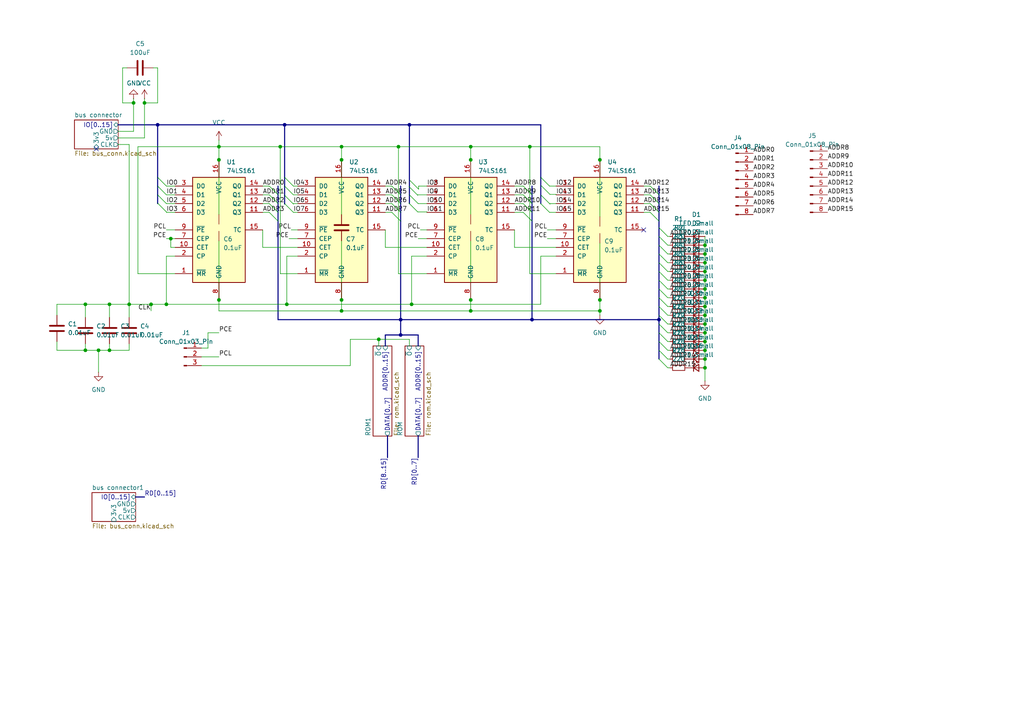
<source format=kicad_sch>
(kicad_sch (version 20231120) (generator "eeschema") (generator_version "8.0")
  (paper "A4")
  (lib_symbols
    (symbol "74xx:74LS161" (pin_names (offset 1.016))
      (property "Reference" "U" (at -7.62 16.51 0))
      (property "Value" "74LS161" (at -7.62 -16.51 0))
      (symbol "74LS161_1_0"
        (pin input line (at -12.7 -12.7 0) (length 5.08) (name "~{MR}") (number "1"))
        (pin input line (at -12.7 -5.08 0) (length 5.08) (name "CET") (number "10"))
        (pin output line (at 12.7 5.08 180) (length 5.08) (name "Q3") (number "11"))
        (pin output line (at 12.7 7.62 180) (length 5.08) (name "Q2") (number "12"))
        (pin output line (at 12.7 10.16 180) (length 5.08) (name "Q1") (number "13"))
        (pin output line (at 12.7 12.7 180) (length 5.08) (name "Q0") (number "14"))
        (pin output line (at 12.7 0 180) (length 5.08) (name "TC") (number "15"))
        (pin power_in line (at 0 20.32 270) (length 5.08) (name "VCC") (number "16"))
        (pin input line (at -12.7 -7.62 0) (length 5.08) (name "CP") (number "2"))
        (pin input line (at -12.7 12.7 0) (length 5.08) (name "D0") (number "3"))
        (pin input line (at -12.7 10.16 0) (length 5.08) (name "D1") (number "4"))
        (pin input line (at -12.7 7.62 0) (length 5.08) (name "D2") (number "5"))
        (pin input line (at -12.7 5.08 0) (length 5.08) (name "D3") (number "6"))
        (pin input line (at -12.7 -2.54 0) (length 5.08) (name "CEP") (number "7"))
        (pin power_in line (at 0 -20.32 90) (length 5.08) (name "GND") (number "8"))
        (pin input line (at -12.7 0 0) (length 5.08) (name "~{PE}") (number "9"))
      )
      (symbol "74LS161_1_1"
        (rectangle (start -7.62 15.24) (end 7.62 -15.24) (stroke (width 0.254)) (fill (type background)))
      )
    )
    (symbol "Connector:Conn_01x03_Pin" (pin_names (offset 1.016) hide)
      (property "Reference" "J" (at 0 5.08 0))
      (property "Value" "Conn_01x03_Pin" (at 0 -5.08 0))
      (symbol "Conn_01x03_Pin_1_1"
        (polyline (pts (xy 1.27 -2.54) (xy 0.8636 -2.54)) (stroke (width 0.1524)))
        (polyline (pts (xy 1.27 0) (xy 0.8636 0)) (stroke (width 0.1524)))
        (polyline (pts (xy 1.27 2.54) (xy 0.8636 2.54)) (stroke (width 0.1524)))
        (rectangle (start 0.8636 -2.413) (end 0 -2.667) (stroke (width 0.1524)) (fill (type outline)))
        (rectangle (start 0.8636 0.127) (end 0 -0.127) (stroke (width 0.1524)) (fill (type outline)))
        (rectangle (start 0.8636 2.667) (end 0 2.413) (stroke (width 0.1524)) (fill (type outline)))
        (pin passive line (at 5.08 2.54 180) (length 3.81) (name "Pin_1") (number "1"))
        (pin passive line (at 5.08 0 180) (length 3.81) (name "Pin_2") (number "2"))
        (pin passive line (at 5.08 -2.54 180) (length 3.81) (name "Pin_3") (number "3"))
      )
    )
    (symbol "Connector:Conn_01x08_Pin" (pin_names (offset 1.016) hide)
      (property "Reference" "J" (at 0 10.16 0))
      (property "Value" "Conn_01x08_Pin" (at 0 -12.7 0))
      (symbol "Conn_01x08_Pin_1_1"
        (polyline (pts (xy 1.27 -10.16) (xy 0.8636 -10.16)) (stroke (width 0.1524)))
        (polyline (pts (xy 1.27 -7.62) (xy 0.8636 -7.62)) (stroke (width 0.1524)))
        (polyline (pts (xy 1.27 -5.08) (xy 0.8636 -5.08)) (stroke (width 0.1524)))
        (polyline (pts (xy 1.27 -2.54) (xy 0.8636 -2.54)) (stroke (width 0.1524)))
        (polyline (pts (xy 1.27 0) (xy 0.8636 0)) (stroke (width 0.1524)))
        (polyline (pts (xy 1.27 2.54) (xy 0.8636 2.54)) (stroke (width 0.1524)))
        (polyline (pts (xy 1.27 5.08) (xy 0.8636 5.08)) (stroke (width 0.1524)))
        (polyline (pts (xy 1.27 7.62) (xy 0.8636 7.62)) (stroke (width 0.1524)))
        (rectangle (start 0.8636 -10.033) (end 0 -10.287) (stroke (width 0.1524)) (fill (type outline)))
        (rectangle (start 0.8636 -7.493) (end 0 -7.747) (stroke (width 0.1524)) (fill (type outline)))
        (rectangle (start 0.8636 -4.953) (end 0 -5.207) (stroke (width 0.1524)) (fill (type outline)))
        (rectangle (start 0.8636 -2.413) (end 0 -2.667) (stroke (width 0.1524)) (fill (type outline)))
        (rectangle (start 0.8636 0.127) (end 0 -0.127) (stroke (width 0.1524)) (fill (type outline)))
        (rectangle (start 0.8636 2.667) (end 0 2.413) (stroke (width 0.1524)) (fill (type outline)))
        (rectangle (start 0.8636 5.207) (end 0 4.953) (stroke (width 0.1524)) (fill (type outline)))
        (rectangle (start 0.8636 7.747) (end 0 7.493) (stroke (width 0.1524)) (fill (type outline)))
        (pin passive line (at 5.08 7.62 180) (length 3.81) (name "Pin_1") (number "1"))
        (pin passive line (at 5.08 5.08 180) (length 3.81) (name "Pin_2") (number "2"))
        (pin passive line (at 5.08 2.54 180) (length 3.81) (name "Pin_3") (number "3"))
        (pin passive line (at 5.08 0 180) (length 3.81) (name "Pin_4") (number "4"))
        (pin passive line (at 5.08 -2.54 180) (length 3.81) (name "Pin_5") (number "5"))
        (pin passive line (at 5.08 -5.08 180) (length 3.81) (name "Pin_6") (number "6"))
        (pin passive line (at 5.08 -7.62 180) (length 3.81) (name "Pin_7") (number "7"))
        (pin passive line (at 5.08 -10.16 180) (length 3.81) (name "Pin_8") (number "8"))
      )
    )
    (symbol "Device:C" (pin_numbers hide) (pin_names (offset 0.254))
      (property "Reference" "C" (at 0.635 2.54 0))
      (property "Value" "C" (at 0.635 -2.54 0))
      (symbol "C_0_1"
        (polyline (pts (xy -2.032 -0.762) (xy 2.032 -0.762)) (stroke (width 0.508)))
        (polyline (pts (xy -2.032 0.762) (xy 2.032 0.762)) (stroke (width 0.508)))
      )
      (symbol "C_1_1"
        (pin passive line (at 0 3.81 270) (length 2.794) (name "~") (number "1"))
        (pin passive line (at 0 -3.81 90) (length 2.794) (name "~") (number "2"))
      )
    )
    (symbol "Device:LED_Small" (pin_numbers hide) (pin_names (offset 0.254) hide)
      (property "Reference" "D" (at -1.27 3.175 0))
      (property "Value" "LED_Small" (at -4.445 -2.54 0))
      (symbol "LED_Small_0_1"
        (polyline (pts (xy -0.762 -1.016) (xy -0.762 1.016)) (stroke (width 0.254)))
        (polyline (pts (xy 1.016 0) (xy -0.762 0)))
        (polyline (pts (xy 0.762 -1.016) (xy -0.762 0) (xy 0.762 1.016) (xy 0.762 -1.016)) (stroke (width 0.254)))
        (polyline (pts (xy 0 0.762) (xy -0.508 1.27) (xy -0.254 1.27) (xy -0.508 1.27) (xy -0.508 1.016)))
        (polyline (pts (xy 0.508 1.27) (xy 0 1.778) (xy 0.254 1.778) (xy 0 1.778) (xy 0 1.524)))
      )
      (symbol "LED_Small_1_1"
        (pin passive line (at -2.54 0 0) (length 1.778) (name "K") (number "1"))
        (pin passive line (at 2.54 0 180) (length 1.778) (name "A") (number "2"))
      )
    )
    (symbol "Device:R_Small" (pin_numbers hide) (pin_names (offset 0.254) hide)
      (property "Reference" "R" (at 0.762 0.508 0))
      (property "Value" "R_Small" (at 0.762 -1.016 0))
      (symbol "R_Small_0_1"
        (rectangle (start -0.762 1.778) (end 0.762 -1.778) (stroke (width 0.2032)))
      )
      (symbol "R_Small_1_1"
        (pin passive line (at 0 2.54 270) (length 0.762) (name "~") (number "1"))
        (pin passive line (at 0 -2.54 90) (length 0.762) (name "~") (number "2"))
      )
    )
    (symbol "power:GND" (power) (pin_numbers hide) (pin_names (offset 0) hide)
      (property "Value" "GND" (at 0 -3.81 0))
      (symbol "GND_0_1"
        (polyline (pts (xy 0 0) (xy 0 -1.27) (xy 1.27 -1.27) (xy 0 -2.54) (xy -1.27 -1.27) (xy 0 -1.27)))
      )
      (symbol "GND_1_1"
        (pin power_in line (at 0 0 270) (length 0) (name "~") (number "1"))
      )
    )
    (symbol "power:VCC" (power) (pin_numbers hide) (pin_names (offset 0) hide)
      (property "Value" "VCC" (at 0 3.556 0))
      (symbol "VCC_0_1"
        (polyline (pts (xy -0.762 1.27) (xy 0 2.54)))
        (polyline (pts (xy 0 0) (xy 0 2.54)))
        (polyline (pts (xy 0 2.54) (xy 0.762 1.27)))
      )
      (symbol "VCC_1_1"
        (pin power_in line (at 0 0 90) (length 0) (name "~") (number "1"))
      )
    )
  )
  (junction (at 63.5 46.355))
  (junction (at 48.26 88.265))
  (junction (at 119.38 88.265))
  (junction (at 109.855 98.425))
  (junction (at 204.47 71.12))
  (junction (at 83.185 88.265))
  (junction (at 204.47 76.2))
  (junction (at 204.47 99.06))
  (junction (at 191.135 92.71))
  (junction (at 31.75 88.265))
  (junction (at 204.47 101.6))
  (junction (at 49.53 69.215))
  (junction (at 153.67 42.545))
  (junction (at 204.47 83.82))
  (junction (at 41.91 29.845))
  (junction (at 204.47 86.36))
  (junction (at 136.525 90.17))
  (junction (at 99.06 90.17))
  (junction (at 204.47 81.28))
  (junction (at 204.47 73.66))
  (junction (at 204.47 78.74))
  (junction (at 24.765 88.265))
  (junction (at 116.205 97.155))
  (junction (at 99.06 42.545))
  (junction (at 43.815 88.265))
  (junction (at 204.47 96.52))
  (junction (at 136.525 46.355))
  (junction (at 81.28 42.545))
  (junction (at 136.525 42.545))
  (junction (at 173.99 86.995))
  (junction (at 28.575 101.6))
  (junction (at 204.47 93.98))
  (junction (at 118.745 36.195))
  (junction (at 204.47 104.14))
  (junction (at 63.5 42.545))
  (junction (at 99.06 46.355))
  (junction (at 82.55 36.195))
  (junction (at 204.47 91.44))
  (junction (at 173.99 90.17))
  (junction (at 37.465 88.265))
  (junction (at 45.72 36.195))
  (junction (at 204.47 106.68))
  (junction (at 154.305 92.71))
  (junction (at 31.75 101.6))
  (junction (at 116.205 92.71))
  (junction (at 173.99 46.355))
  (junction (at 63.5 86.995))
  (junction (at 99.06 86.995))
  (junction (at 136.525 86.995))
  (junction (at 115.57 42.545))
  (junction (at 24.765 101.6))
  (junction (at 204.47 88.9))
  (junction (at 38.735 29.845))
  (no_connect (at 27.94 43.18))
  (no_connect (at 186.69 66.675))
  (bus_entry (at 118.745 56.515) (size 2.54 2.54))
  (bus_entry (at 82.55 56.642) (size 2.54 2.54))
  (bus_entry (at 45.72 53.975) (size 2.54 2.54))
  (bus_entry (at 82.55 59.055) (size 2.54 2.54))
  (bus_entry (at 156.972 53.848) (size 2.54 2.54))
  (bus_entry (at 116.205 59.055) (size -2.54 -2.54))
  (bus_entry (at 191.135 78.74) (size 2.54 2.54))
  (bus_entry (at 191.135 86.36) (size 2.54 2.54))
  (bus_entry (at 116.205 64.135) (size -2.54 -2.54))
  (bus_entry (at 191.135 81.28) (size 2.54 2.54))
  (bus_entry (at 45.72 51.435) (size 2.54 2.54))
  (bus_entry (at 191.135 66.04) (size 2.54 2.54))
  (bus_entry (at 80.645 61.595) (size -2.54 -2.54))
  (bus_entry (at 116.205 56.515) (size -2.54 -2.54))
  (bus_entry (at 118.872 52.324) (size 2.54 2.54))
  (bus_entry (at 191.135 93.98) (size 2.54 2.54))
  (bus_entry (at 191.135 68.58) (size 2.54 2.54))
  (bus_entry (at 156.972 56.642) (size 2.54 2.54))
  (bus_entry (at 156.845 51.435) (size 2.54 2.54))
  (bus_entry (at 45.72 56.515) (size 2.54 2.54))
  (bus_entry (at 80.645 56.515) (size -2.54 -2.54))
  (bus_entry (at 191.135 56.515) (size -2.54 -2.54))
  (bus_entry (at 191.135 91.44) (size 2.54 2.54))
  (bus_entry (at 118.618 58.928) (size 2.54 2.54))
  (bus_entry (at 191.135 88.9) (size 2.54 2.54))
  (bus_entry (at 191.135 73.66) (size 2.54 2.54))
  (bus_entry (at 191.135 96.52) (size 2.54 2.54))
  (bus_entry (at 191.135 61.595) (size -2.54 -2.54))
  (bus_entry (at 80.645 59.055) (size -2.54 -2.54))
  (bus_entry (at 154.305 64.135) (size -2.54 -2.54))
  (bus_entry (at 191.135 59.055) (size -2.54 -2.54))
  (bus_entry (at 191.135 71.12) (size 2.54 2.54))
  (bus_entry (at 191.135 101.6) (size 2.54 2.54))
  (bus_entry (at 82.55 51.435) (size 2.54 2.54))
  (bus_entry (at 191.135 104.14) (size 2.54 2.54))
  (bus_entry (at 156.845 59.055) (size 2.54 2.54))
  (bus_entry (at 154.305 61.595) (size -2.54 -2.54))
  (bus_entry (at 154.305 59.055) (size -2.54 -2.54))
  (bus_entry (at 191.135 99.06) (size 2.54 2.54))
  (bus_entry (at 45.72 58.928) (size 2.54 2.54))
  (bus_entry (at 80.645 64.135) (size -2.54 -2.54))
  (bus_entry (at 154.305 56.515) (size -2.54 -2.54))
  (bus_entry (at 191.135 76.2) (size 2.54 2.54))
  (bus_entry (at 191.135 83.82) (size 2.54 2.54))
  (bus_entry (at 82.55 53.975) (size 2.54 2.54))
  (bus_entry (at 116.205 61.595) (size -2.54 -2.54))
  (bus_entry (at 118.618 54.102) (size 2.54 2.54))
  (bus_entry (at 191.135 64.135) (size -2.54 -2.54))
  (wire (pts (xy 81.28 79.375) (xy 81.28 42.545)))
  (wire (pts (xy 193.675 96.52) (xy 194.31 96.52)))
  (wire (pts (xy 193.675 73.66) (xy 194.31 73.66)))
  (wire (pts (xy 193.675 99.06) (xy 194.31 99.06)))
  (bus (pts (xy 191.135 61.595) (xy 191.135 64.135)))
  (bus (pts (xy 191.135 53.975) (xy 191.135 56.515)))
  (wire (pts (xy 99.06 42.545) (xy 115.57 42.545)))
  (bus (pts (xy 121.285 126.365) (xy 121.285 132.715)))
  (wire (pts (xy 50.8 74.295) (xy 48.26 74.295)))
  (wire (pts (xy 121.285 69.215) (xy 123.825 69.215)))
  (wire (pts (xy 136.525 42.545) (xy 136.525 46.355)))
  (wire (pts (xy 109.855 100.33) (xy 109.855 98.425)))
  (wire (pts (xy 158.75 69.215) (xy 161.29 69.215)))
  (bus (pts (xy 191.135 76.2) (xy 191.135 78.74)))
  (bus (pts (xy 154.305 92.71) (xy 191.135 92.71)))
  (wire (pts (xy 35.56 19.685) (xy 35.56 29.845)))
  (wire (pts (xy 193.675 83.82) (xy 194.31 83.82)))
  (wire (pts (xy 48.26 61.468) (xy 48.26 61.595)))
  (wire (pts (xy 149.225 66.675) (xy 149.225 71.755)))
  (wire (pts (xy 204.47 78.74) (xy 204.47 81.28)))
  (wire (pts (xy 193.675 78.74) (xy 194.31 78.74)))
  (bus (pts (xy 111.76 100.33) (xy 111.76 97.155)))
  (wire (pts (xy 48.26 88.265) (xy 83.185 88.265)))
  (bus (pts (xy 111.76 97.155) (xy 116.205 97.155)))
  (bus (pts (xy 191.135 91.44) (xy 191.135 92.71)))
  (wire (pts (xy 24.765 88.265) (xy 24.765 92.075)))
  (wire (pts (xy 76.2 61.595) (xy 78.105 61.595)))
  (wire (pts (xy 204.47 104.14) (xy 204.47 106.68)))
  (bus (pts (xy 116.205 64.135) (xy 116.205 92.71)))
  (wire (pts (xy 158.75 66.675) (xy 161.29 66.675)))
  (wire (pts (xy 121.92 66.675) (xy 123.825 66.675)))
  (wire (pts (xy 63.5 40.64) (xy 63.5 42.545)))
  (wire (pts (xy 85.09 61.595) (xy 86.36 61.595)))
  (wire (pts (xy 99.06 69.85) (xy 99.06 86.995)))
  (wire (pts (xy 83.185 74.295) (xy 86.36 74.295)))
  (bus (pts (xy 82.55 51.435) (xy 82.55 53.975)))
  (wire (pts (xy 153.67 79.375) (xy 153.67 42.545)))
  (wire (pts (xy 193.675 101.6) (xy 194.31 101.6)))
  (wire (pts (xy 186.69 61.595) (xy 188.595 61.595)))
  (wire (pts (xy 123.825 61.468) (xy 123.825 61.595)))
  (wire (pts (xy 43.815 88.265) (xy 48.26 88.265)))
  (wire (pts (xy 85.09 59.182) (xy 85.09 59.055)))
  (wire (pts (xy 34.29 41.91) (xy 37.465 41.91)))
  (wire (pts (xy 37.465 88.265) (xy 43.815 88.265)))
  (wire (pts (xy 43.815 88.265) (xy 43.815 90.17)))
  (wire (pts (xy 121.158 56.642) (xy 121.158 56.515)))
  (wire (pts (xy 193.675 104.14) (xy 194.31 104.14)))
  (bus (pts (xy 118.745 36.195) (xy 118.745 56.515)))
  (wire (pts (xy 123.825 79.375) (xy 115.57 79.375)))
  (bus (pts (xy 116.205 92.71) (xy 116.205 97.155)))
  (wire (pts (xy 101.6 106.045) (xy 101.6 98.425)))
  (wire (pts (xy 149.225 71.755) (xy 161.29 71.755)))
  (wire (pts (xy 173.99 42.545) (xy 173.99 46.355)))
  (wire (pts (xy 37.465 88.265) (xy 37.465 92.075)))
  (bus (pts (xy 82.55 53.975) (xy 82.55 56.642)))
  (bus (pts (xy 154.305 64.135) (xy 154.305 92.71)))
  (wire (pts (xy 156.845 88.265) (xy 156.845 74.295)))
  (wire (pts (xy 136.525 90.17) (xy 136.525 86.995)))
  (wire (pts (xy 173.99 46.355) (xy 173.99 62.865)))
  (wire (pts (xy 99.06 42.545) (xy 99.06 46.355)))
  (wire (pts (xy 76.2 71.755) (xy 86.36 71.755)))
  (wire (pts (xy 109.855 98.425) (xy 118.745 98.425)))
  (wire (pts (xy 204.47 76.2) (xy 204.47 78.74)))
  (wire (pts (xy 48.26 61.595) (xy 50.8 61.595)))
  (bus (pts (xy 80.645 61.595) (xy 80.645 64.135)))
  (wire (pts (xy 48.26 59.055) (xy 50.8 59.055)))
  (wire (pts (xy 63.5 46.355) (xy 63.5 62.23)))
  (bus (pts (xy 191.135 93.98) (xy 191.135 96.52)))
  (wire (pts (xy 173.99 86.995) (xy 173.99 90.17)))
  (wire (pts (xy 193.675 81.28) (xy 194.31 81.28)))
  (wire (pts (xy 159.512 59.182) (xy 159.512 59.055)))
  (bus (pts (xy 82.55 59.182) (xy 82.55 59.055)))
  (wire (pts (xy 48.26 56.515) (xy 50.8 56.515)))
  (wire (pts (xy 41.91 29.845) (xy 41.91 40.005)))
  (wire (pts (xy 63.5 90.17) (xy 63.5 86.995)))
  (bus (pts (xy 45.72 53.975) (xy 45.72 56.515)))
  (wire (pts (xy 16.51 99.06) (xy 16.51 101.6)))
  (wire (pts (xy 204.47 99.06) (xy 204.47 101.6)))
  (wire (pts (xy 161.29 79.375) (xy 153.67 79.375)))
  (wire (pts (xy 60.325 100.965) (xy 58.42 100.965)))
  (bus (pts (xy 191.135 99.06) (xy 191.135 101.6)))
  (wire (pts (xy 115.57 42.545) (xy 115.57 79.375)))
  (bus (pts (xy 34.29 36.195) (xy 45.72 36.195)))
  (wire (pts (xy 204.47 68.58) (xy 204.47 71.12)))
  (wire (pts (xy 60.325 96.52) (xy 60.325 100.965)))
  (wire (pts (xy 193.675 91.44) (xy 194.31 91.44)))
  (wire (pts (xy 121.158 56.515) (xy 123.825 56.515)))
  (wire (pts (xy 111.76 71.755) (xy 123.825 71.755)))
  (bus (pts (xy 121.285 97.155) (xy 121.285 100.33)))
  (bus (pts (xy 191.135 92.71) (xy 191.135 93.98)))
  (wire (pts (xy 76.2 66.675) (xy 76.2 71.755)))
  (wire (pts (xy 84.455 66.675) (xy 86.36 66.675)))
  (bus (pts (xy 191.135 73.66) (xy 191.135 76.2)))
  (wire (pts (xy 34.29 40.005) (xy 41.91 40.005)))
  (bus (pts (xy 191.135 86.36) (xy 191.135 88.9)))
  (wire (pts (xy 121.285 59.055) (xy 123.825 59.055)))
  (wire (pts (xy 24.765 88.265) (xy 16.51 88.265)))
  (wire (pts (xy 121.412 54.864) (xy 121.412 53.975)))
  (bus (pts (xy 154.305 61.595) (xy 154.305 64.135)))
  (bus (pts (xy 45.72 51.435) (xy 45.72 53.975)))
  (wire (pts (xy 37.465 88.265) (xy 31.75 88.265)))
  (wire (pts (xy 49.53 71.755) (xy 49.53 69.215)))
  (wire (pts (xy 115.57 42.545) (xy 136.525 42.545)))
  (wire (pts (xy 204.47 81.28) (xy 204.47 83.82)))
  (wire (pts (xy 28.575 101.6) (xy 31.75 101.6)))
  (wire (pts (xy 99.06 90.17) (xy 63.5 90.17)))
  (wire (pts (xy 85.09 53.975) (xy 86.36 53.975)))
  (wire (pts (xy 86.36 79.375) (xy 81.28 79.375)))
  (wire (pts (xy 44.45 19.685) (xy 45.72 19.685)))
  (wire (pts (xy 28.575 101.6) (xy 28.575 107.95)))
  (wire (pts (xy 149.225 56.515) (xy 151.765 56.515)))
  (wire (pts (xy 31.75 88.265) (xy 31.75 92.075)))
  (bus (pts (xy 191.135 81.28) (xy 191.135 83.82)))
  (bus (pts (xy 118.745 56.515) (xy 118.745 59.055)))
  (bus (pts (xy 82.55 36.195) (xy 118.745 36.195)))
  (wire (pts (xy 49.53 69.215) (xy 50.8 69.215)))
  (wire (pts (xy 31.75 88.265) (xy 24.765 88.265)))
  (wire (pts (xy 173.99 90.17) (xy 173.99 91.44)))
  (wire (pts (xy 153.67 42.545) (xy 173.99 42.545)))
  (wire (pts (xy 204.47 96.52) (xy 204.47 99.06)))
  (wire (pts (xy 156.845 74.295) (xy 161.29 74.295)))
  (wire (pts (xy 136.525 90.17) (xy 99.06 90.17)))
  (wire (pts (xy 204.47 91.44) (xy 204.47 93.98)))
  (wire (pts (xy 119.38 88.265) (xy 156.845 88.265)))
  (bus (pts (xy 80.645 53.975) (xy 80.645 56.515)))
  (wire (pts (xy 85.09 59.055) (xy 86.36 59.055)))
  (wire (pts (xy 193.675 88.9) (xy 194.31 88.9)))
  (wire (pts (xy 204.47 71.12) (xy 204.47 73.66)))
  (wire (pts (xy 37.465 41.91) (xy 37.465 88.265)))
  (bus (pts (xy 45.72 56.515) (xy 45.72 58.928)))
  (wire (pts (xy 149.225 53.975) (xy 151.765 53.975)))
  (wire (pts (xy 111.76 59.055) (xy 113.665 59.055)))
  (wire (pts (xy 204.47 83.82) (xy 204.47 86.36)))
  (wire (pts (xy 50.8 79.375) (xy 40.005 79.375)))
  (bus (pts (xy 191.135 83.82) (xy 191.135 86.36)))
  (wire (pts (xy 136.525 42.545) (xy 153.67 42.545)))
  (bus (pts (xy 154.305 56.515) (xy 154.305 59.055)))
  (wire (pts (xy 161.29 56.388) (xy 161.29 56.515)))
  (bus (pts (xy 82.55 36.195) (xy 82.55 51.435)))
  (wire (pts (xy 40.005 79.375) (xy 40.005 42.545)))
  (wire (pts (xy 35.56 29.845) (xy 38.735 29.845)))
  (bus (pts (xy 191.135 59.055) (xy 191.135 61.595)))
  (bus (pts (xy 80.645 64.135) (xy 80.645 92.71)))
  (bus (pts (xy 154.305 59.055) (xy 154.305 61.595)))
  (wire (pts (xy 186.69 59.055) (xy 188.595 59.055)))
  (wire (pts (xy 48.26 66.675) (xy 50.8 66.675)))
  (wire (pts (xy 111.76 61.595) (xy 113.665 61.595)))
  (bus (pts (xy 45.72 36.195) (xy 82.55 36.195)))
  (wire (pts (xy 204.47 101.6) (xy 204.47 104.14)))
  (bus (pts (xy 191.135 96.52) (xy 191.135 99.06)))
  (bus (pts (xy 116.205 92.71) (xy 154.305 92.71)))
  (wire (pts (xy 34.29 38.1) (xy 38.735 38.1)))
  (wire (pts (xy 111.76 53.975) (xy 113.665 53.975)))
  (wire (pts (xy 173.99 90.17) (xy 136.525 90.17)))
  (wire (pts (xy 121.412 53.975) (xy 123.825 53.975)))
  (bus (pts (xy 191.135 68.58) (xy 191.135 71.12)))
  (bus (pts (xy 45.72 36.195) (xy 45.72 51.435)))
  (wire (pts (xy 204.47 93.98) (xy 204.47 96.52)))
  (wire (pts (xy 193.675 86.36) (xy 194.31 86.36)))
  (wire (pts (xy 193.675 71.12) (xy 194.31 71.12)))
  (wire (pts (xy 173.99 70.485) (xy 173.99 86.995)))
  (bus (pts (xy 80.645 56.515) (xy 80.645 59.055)))
  (wire (pts (xy 204.47 106.68) (xy 204.47 110.49)))
  (bus (pts (xy 116.205 97.155) (xy 121.285 97.155)))
  (wire (pts (xy 63.5 96.52) (xy 60.325 96.52)))
  (bus (pts (xy 82.55 56.642) (xy 82.55 59.055)))
  (wire (pts (xy 136.525 69.85) (xy 136.525 86.995)))
  (wire (pts (xy 63.5 42.545) (xy 81.28 42.545)))
  (wire (pts (xy 16.51 88.265) (xy 16.51 91.44)))
  (wire (pts (xy 76.2 53.975) (xy 78.105 53.975)))
  (wire (pts (xy 85.09 56.515) (xy 86.36 56.515)))
  (wire (pts (xy 38.735 28.575) (xy 38.735 29.845)))
  (wire (pts (xy 41.91 28.575) (xy 41.91 29.845)))
  (wire (pts (xy 83.185 88.265) (xy 83.185 74.295)))
  (bus (pts (xy 80.645 59.055) (xy 80.645 61.595)))
  (wire (pts (xy 63.5 69.85) (xy 63.5 86.995)))
  (bus (pts (xy 156.845 36.195) (xy 118.745 36.195)))
  (bus (pts (xy 154.305 53.975) (xy 154.305 56.515)))
  (bus (pts (xy 116.205 59.055) (xy 116.205 61.595)))
  (wire (pts (xy 99.06 46.355) (xy 99.06 62.23)))
  (wire (pts (xy 48.26 53.975) (xy 50.8 53.975)))
  (wire (pts (xy 159.385 61.595) (xy 161.29 61.595)))
  (bus (pts (xy 116.205 56.515) (xy 116.205 59.055)))
  (wire (pts (xy 204.47 88.9) (xy 204.47 91.44)))
  (bus (pts (xy 116.205 92.71) (xy 80.645 92.71)))
  (bus (pts (xy 191.135 101.6) (xy 191.135 104.14)))
  (wire (pts (xy 40.005 42.545) (xy 63.5 42.545)))
  (wire (pts (xy 48.26 69.215) (xy 49.53 69.215)))
  (wire (pts (xy 136.525 46.355) (xy 136.525 62.23)))
  (wire (pts (xy 159.512 56.388) (xy 161.29 56.388)))
  (bus (pts (xy 191.135 88.9) (xy 191.135 91.44)))
  (bus (pts (xy 156.845 51.435) (xy 156.845 36.195)))
  (bus (pts (xy 191.135 78.74) (xy 191.135 81.28)))
  (wire (pts (xy 121.158 61.468) (xy 123.825 61.468)))
  (wire (pts (xy 149.225 59.055) (xy 151.765 59.055)))
  (bus (pts (xy 112.395 126.365) (xy 112.395 132.715)))
  (wire (pts (xy 193.675 106.68) (xy 194.31 106.68)))
  (wire (pts (xy 111.76 66.675) (xy 111.76 71.755)))
  (wire (pts (xy 48.26 74.295) (xy 48.26 88.265)))
  (wire (pts (xy 50.8 71.755) (xy 49.53 71.755)))
  (bus (pts (xy 191.135 66.04) (xy 191.135 68.58)))
  (wire (pts (xy 36.83 19.685) (xy 35.56 19.685)))
  (wire (pts (xy 76.2 59.055) (xy 78.105 59.055)))
  (bus (pts (xy 39.37 144.145) (xy 41.91 144.145)))
  (wire (pts (xy 37.465 101.6) (xy 37.465 99.695)))
  (wire (pts (xy 193.675 68.58) (xy 194.31 68.58)))
  (wire (pts (xy 159.385 53.975) (xy 161.29 53.975)))
  (wire (pts (xy 24.765 101.6) (xy 28.575 101.6)))
  (wire (pts (xy 76.2 56.515) (xy 78.105 56.515)))
  (wire (pts (xy 24.765 101.6) (xy 24.765 99.695)))
  (wire (pts (xy 81.28 42.545) (xy 99.06 42.545)))
  (wire (pts (xy 83.82 69.215) (xy 86.36 69.215)))
  (wire (pts (xy 31.75 101.6) (xy 31.75 99.695)))
  (bus (pts (xy 191.135 64.135) (xy 191.135 66.04)))
  (wire (pts (xy 111.76 56.515) (xy 113.665 56.515)))
  (wire (pts (xy 101.6 98.425) (xy 109.855 98.425)))
  (bus (pts (xy 156.845 59.055) (xy 156.845 51.435)))
  (wire (pts (xy 63.5 103.505) (xy 58.42 103.505)))
  (wire (pts (xy 38.735 29.845) (xy 38.735 38.1)))
  (wire (pts (xy 159.512 59.055) (xy 161.29 59.055)))
  (wire (pts (xy 149.225 61.595) (xy 151.765 61.595)))
  (wire (pts (xy 118.745 98.425) (xy 118.745 100.33)))
  (wire (pts (xy 31.75 101.6) (xy 37.465 101.6)))
  (wire (pts (xy 193.675 93.98) (xy 194.31 93.98)))
  (wire (pts (xy 45.72 29.845) (xy 41.91 29.845)))
  (wire (pts (xy 119.38 74.295) (xy 123.825 74.295)))
  (bus (pts (xy 191.135 56.515) (xy 191.135 59.055)))
  (bus (pts (xy 116.205 61.595) (xy 116.205 64.135)))
  (wire (pts (xy 16.51 101.6) (xy 24.765 101.6)))
  (bus (pts (xy 191.135 71.12) (xy 191.135 73.66)))
  (bus (pts (xy 116.205 53.975) (xy 116.205 56.515)))
  (wire (pts (xy 204.47 86.36) (xy 204.47 88.9)))
  (wire (pts (xy 58.42 106.045) (xy 101.6 106.045)))
  (wire (pts (xy 186.69 53.975) (xy 188.595 53.975)))
  (wire (pts (xy 99.06 86.995) (xy 99.06 90.17)))
  (wire (pts (xy 83.185 88.265) (xy 119.38 88.265)))
  (wire (pts (xy 119.38 88.265) (xy 119.38 74.295)))
  (wire (pts (xy 186.69 56.515) (xy 188.595 56.515)))
  (wire (pts (xy 204.47 73.66) (xy 204.47 76.2)))
  (wire (pts (xy 63.5 42.545) (xy 63.5 46.355)))
  (wire (pts (xy 45.72 19.685) (xy 45.72 29.845)))
  (wire (pts (xy 193.675 76.2) (xy 194.31 76.2)))
  (bus (pts (xy 45.72 58.928) (xy 45.72 59.055)))
  (label "ADDR3" (at 76.2 61.595 0))
  (label "RD[0..7]" (at 121.285 132.715 270))
  (label "IO1" (at 48.26 56.515 0))
  (label "CLK" (at 43.815 90.17 180))
  (label "ADDR14" (at 240.03 59.055 0))
  (label "IO7" (at 85.09 61.595 0))
  (label "IO3" (at 48.26 61.595 0))
  (label "ADDR4" (at 218.44 54.61 0))
  (label "PCE" (at 158.75 69.215 180))
  (label "PCE" (at 63.5 96.52 0))
  (label "ADDR7" (at 218.44 62.23 0))
  (label "ADDR6" (at 111.76 59.055 0))
  (label "ADDR8" (at 240.03 43.815 0))
  (label "ADDR0" (at 76.2 53.975 0))
  (label "ADDR15" (at 186.69 61.595 0))
  (label "ADDR4" (at 194.31 78.74 0))
  (label "ADDR15" (at 240.03 61.595 0))
  (label "PCE" (at 48.26 69.215 180))
  (label "IO5" (at 85.09 56.515 0))
  (label "IO4" (at 85.09 53.975 0))
  (label "ADDR11" (at 194.31 96.52 0))
  (label "PCE" (at 121.285 69.215 180))
  (label "ADDR9" (at 149.225 56.515 0))
  (label "ADDR7" (at 111.76 61.595 0))
  (label "ADDR10" (at 149.225 59.055 0))
  (label "IO8" (at 123.825 53.975 0))
  (label "ADDR0" (at 218.44 44.45 0))
  (label "ADDR2" (at 218.44 49.53 0))
  (label "ADDR8" (at 149.225 53.975 0))
  (label "IO13" (at 161.29 56.515 0))
  (label "ADDR5" (at 194.31 81.28 0))
  (label "ADDR11" (at 240.03 51.435 0))
  (label "ADDR13" (at 186.69 56.515 0))
  (label "IO14" (at 161.29 59.055 0))
  (label "RD[8..15]" (at 112.395 132.715 270))
  (label "PCE" (at 83.82 69.215 180))
  (label "PCL" (at 84.455 66.675 180))
  (label "PCL" (at 158.75 66.675 180))
  (label "ADDR0" (at 194.31 68.58 0))
  (label "ADDR1" (at 76.2 56.515 0))
  (label "IO0" (at 48.26 53.975 0))
  (label "ADDR6" (at 194.31 83.82 0))
  (label "ADDR14" (at 194.31 104.14 0))
  (label "ADDR3" (at 218.44 52.07 0))
  (label "ADDR14" (at 186.69 59.055 0))
  (label "ADDR5" (at 111.76 56.515 0))
  (label "ADDR9" (at 194.31 91.44 0))
  (label "IO6" (at 85.09 59.055 0))
  (label "IO9" (at 123.825 56.515 0))
  (label "ADDR1" (at 218.44 46.99 0))
  (label "PCL" (at 121.92 66.675 180))
  (label "IO11" (at 123.825 61.595 0))
  (label "ADDR15" (at 194.31 106.68 0))
  (label "ADDR13" (at 194.31 101.6 0))
  (label "ADDR12" (at 240.03 53.975 0))
  (label "IO2" (at 48.26 59.055 0))
  (label "ADDR5" (at 218.44 57.15 0))
  (label "ADDR12" (at 186.69 53.975 0))
  (label "IO15" (at 161.29 61.595 0))
  (label "ADDR2" (at 194.31 73.66 0))
  (label "ADDR1" (at 194.31 71.12 0))
  (label "ADDR11" (at 149.225 61.595 0))
  (label "ADDR10" (at 194.31 93.98 0))
  (label "ADDR7" (at 194.31 86.36 0))
  (label "ADDR9" (at 240.03 46.355 0))
  (label "RD[0..15]" (at 41.91 144.145 0))
  (label "ADDR13" (at 240.03 56.515 0))
  (label "ADDR3" (at 194.31 76.2 0))
  (label "ADDR6" (at 218.44 59.69 0))
  (label "ADDR12" (at 194.31 99.06 0))
  (label "ADDR8" (at 194.31 88.9 0))
  (label "ADDR10" (at 240.03 48.895 0))
  (label "PCL" (at 63.5 103.505 0))
  (label "ADDR4" (at 111.76 53.975 0))
  (label "IO10" (at 123.825 59.055 0))
  (label "IO12" (at 161.29 53.975 0))
  (label "PCL" (at 48.26 66.675 180))
  (label "ADDR2" (at 76.2 59.055 0))
  (symbol (lib_id "Device:LED_Small") (at 201.93 88.9 0) (unit 1)
    (property "Reference" "D9" (at 201.9935 82.55 0))
    (property "Value" "LED_Small" (at 201.9935 85.09 0))
    (property "Footprint" "LED_SMD:LED_0603_1608Metric" (effects (hide yes)))
    (property "Description" "Light emitting diode, small symbol" (effects (hide yes)))
  )
  (symbol (lib_id "Connector:Conn_01x03_Pin") (at 53.34 103.505 0) (unit 1)
    (property "Reference" "J1" (at 53.975 96.52 0))
    (property "Value" "Conn_01x03_Pin" (at 53.975 99.06 0))
    (property "Footprint" "Connector_PinHeader_2.54mm:PinHeader_1x03_P2.54mm_Vertical" (effects (hide yes)))
    (property "Description" "Generic connector, single row, 01x03, script generated" (effects (hide yes)))
  )
  (symbol (lib_id "Device:LED_Small") (at 201.93 68.58 0) (unit 1)
    (property "Reference" "D1" (at 201.9935 62.23 0))
    (property "Value" "LED_Small" (at 201.9935 64.77 0))
    (property "Footprint" "LED_SMD:LED_0603_1608Metric" (effects (hide yes)))
    (property "Description" "Light emitting diode, small symbol" (effects (hide yes)))
  )
  (symbol (lib_id "Device:LED_Small") (at 201.93 104.14 0) (unit 1)
    (property "Reference" "D15" (at 201.9935 97.79 0))
    (property "Value" "LED_Small" (at 201.9935 100.33 0))
    (property "Footprint" "LED_SMD:LED_0603_1608Metric" (effects (hide yes)))
    (property "Description" "Light emitting diode, small symbol" (effects (hide yes)))
  )
  (symbol (lib_id "Device:LED_Small") (at 201.93 101.6 0) (unit 1)
    (property "Reference" "D14" (at 201.9935 95.25 0))
    (property "Value" "LED_Small" (at 201.9935 97.79 0))
    (property "Footprint" "LED_SMD:LED_0603_1608Metric" (effects (hide yes)))
    (property "Description" "Light emitting diode, small symbol" (effects (hide yes)))
  )
  (symbol (lib_id "power:VCC") (at 41.91 28.575 0) (unit 1)
    (property "Reference" "#PWR03" (effects (hide yes)))
    (property "Value" "VCC" (at 41.91 24.13 0))
    (property "Description" "Power symbol creates a global label with name \"VCC\"" (effects (hide yes)))
  )
  (symbol (lib_id "Device:C") (at 40.64 19.685 90) (unit 1)
    (property "Reference" "C5" (at 40.64 12.7 90))
    (property "Value" "100uF" (at 40.64 15.24 90))
    (property "Footprint" "Capacitor_SMD:CP_Elec_5x5.3" (effects (hide yes)))
    (property "Description" "Unpolarized capacitor" (effects (hide yes)))
  )
  (symbol (lib_id "Device:R_Small") (at 196.85 68.58 90) (unit 1)
    (property "Reference" "R1" (at 196.85 63.5 90))
    (property "Value" "220" (at 196.85 66.04 90))
    (property "Footprint" "Resistor_SMD:R_0603_1608Metric" (effects (hide yes)))
    (property "Description" "Resistor, small symbol" (effects (hide yes)))
  )
  (symbol (lib_id "Device:R_Small") (at 196.85 93.98 90) (unit 1)
    (property "Reference" "R11" (at 196.85 88.9 90))
    (property "Value" "220" (at 196.85 91.44 90))
    (property "Footprint" "Resistor_SMD:R_0603_1608Metric" (effects (hide yes)))
    (property "Description" "Resistor, small symbol" (effects (hide yes)))
  )
  (symbol (lib_id "Device:R_Small") (at 196.85 88.9 90) (unit 1)
    (property "Reference" "R9" (at 196.85 83.82 90))
    (property "Value" "220" (at 196.85 86.36 90))
    (property "Footprint" "Resistor_SMD:R_0603_1608Metric" (effects (hide yes)))
    (property "Description" "Resistor, small symbol" (effects (hide yes)))
  )
  (symbol (lib_id "Device:C") (at 16.51 95.25 180) (unit 1)
    (property "Reference" "C1" (at 19.685 93.9799 0) (effects (justify right)))
    (property "Value" "0.01uF" (at 19.685 96.5199 0) (effects (justify right)))
    (property "Footprint" "Capacitor_SMD:C_0603_1608Metric" (effects (hide yes)))
    (property "Description" "Unpolarized capacitor" (effects (hide yes)))
  )
  (symbol (lib_id "Device:R_Small") (at 196.85 76.2 90) (unit 1)
    (property "Reference" "R4" (at 196.85 71.12 90))
    (property "Value" "220" (at 196.85 73.66 90))
    (property "Footprint" "Resistor_SMD:R_0603_1608Metric" (effects (hide yes)))
    (property "Description" "Resistor, small symbol" (effects (hide yes)))
  )
  (symbol (lib_id "74xx:74LS161") (at 63.5 66.675 0) (unit 1)
    (property "Reference" "U1" (at 65.6941 46.99 0) (effects (justify left)))
    (property "Value" "74LS161" (at 65.6941 49.53 0) (effects (justify left)))
    (property "Footprint" "Package_SO:SO-16_3.9x9.9mm_P1.27mm" (effects (hide yes)))
    (property "Datasheet" "http://www.ti.com/lit/gpn/sn74LS161" (effects (hide yes)))
    (property "Description" "Synchronous 4-bit programmable binary Counter" (effects (hide yes)))
  )
  (symbol (lib_id "Device:LED_Small") (at 201.93 96.52 0) (unit 1)
    (property "Reference" "D12" (at 201.9935 90.17 0))
    (property "Value" "LED_Small" (at 201.9935 92.71 0))
    (property "Footprint" "LED_SMD:LED_0603_1608Metric" (effects (hide yes)))
    (property "Description" "Light emitting diode, small symbol" (effects (hide yes)))
  )
  (symbol (lib_id "Device:LED_Small") (at 201.93 76.2 0) (unit 1)
    (property "Reference" "D4" (at 201.9935 69.85 0))
    (property "Value" "LED_Small" (at 201.9935 72.39 0))
    (property "Footprint" "LED_SMD:LED_0603_1608Metric" (effects (hide yes)))
    (property "Description" "Light emitting diode, small symbol" (effects (hide yes)))
  )
  (symbol (lib_id "Device:LED_Small") (at 201.93 73.66 0) (unit 1)
    (property "Reference" "D3" (at 201.9935 67.31 0))
    (property "Value" "LED_Small" (at 201.9935 69.85 0))
    (property "Footprint" "LED_SMD:LED_0603_1608Metric" (effects (hide yes)))
    (property "Description" "Light emitting diode, small symbol" (effects (hide yes)))
  )
  (symbol (lib_id "Device:R_Small") (at 196.85 83.82 90) (unit 1)
    (property "Reference" "R7" (at 196.85 78.74 90))
    (property "Value" "220" (at 196.85 81.28 90))
    (property "Footprint" "Resistor_SMD:R_0603_1608Metric" (effects (hide yes)))
    (property "Description" "Resistor, small symbol" (effects (hide yes)))
  )
  (symbol (lib_id "Device:LED_Small") (at 201.93 106.68 0) (unit 1)
    (property "Reference" "D16" (at 201.9935 100.33 0))
    (property "Value" "LED_Small" (at 201.9935 102.87 0))
    (property "Footprint" "LED_SMD:LED_0603_1608Metric" (effects (hide yes)))
    (property "Description" "Light emitting diode, small symbol" (effects (hide yes)))
  )
  (symbol (lib_id "power:GND") (at 28.575 107.95 0) (unit 1)
    (property "Reference" "#PWR01" (effects (hide yes)))
    (property "Value" "GND" (at 28.575 113.03 0))
    (property "Description" "Power symbol creates a global label with name \"GND\" , ground" (effects (hide yes)))
  )
  (symbol (lib_id "Device:C") (at 136.525 66.04 0) (unit 1)
    (property "Reference" "C8" (at 137.795 69.342 0) (effects (justify left)))
    (property "Value" "0.1uF" (at 137.795 71.882 0) (effects (justify left)))
    (property "Footprint" "Capacitor_SMD:C_0603_1608Metric" (effects (hide yes)))
    (property "Description" "Unpolarized capacitor" (effects (hide yes)))
  )
  (symbol (lib_id "Device:R_Small") (at 196.85 73.66 90) (unit 1)
    (property "Reference" "R3" (at 196.85 68.58 90))
    (property "Value" "220" (at 196.85 71.12 90))
    (property "Footprint" "Resistor_SMD:R_0603_1608Metric" (effects (hide yes)))
    (property "Description" "Resistor, small symbol" (effects (hide yes)))
  )
  (symbol (lib_id "Device:LED_Small") (at 201.93 93.98 0) (unit 1)
    (property "Reference" "D11" (at 201.9935 87.63 0))
    (property "Value" "LED_Small" (at 201.9935 90.17 0))
    (property "Footprint" "LED_SMD:LED_0603_1608Metric" (effects (hide yes)))
    (property "Description" "Light emitting diode, small symbol" (effects (hide yes)))
  )
  (symbol (lib_id "Device:R_Small") (at 196.85 71.12 90) (unit 1)
    (property "Reference" "R2" (at 196.85 66.04 90))
    (property "Value" "220" (at 196.85 68.58 90))
    (property "Footprint" "Resistor_SMD:R_0603_1608Metric" (effects (hide yes)))
    (property "Description" "Resistor, small symbol" (effects (hide yes)))
  )
  (symbol (lib_id "power:GND") (at 204.47 110.49 0) (unit 1)
    (property "Reference" "#PWR06" (effects (hide yes)))
    (property "Value" "GND" (at 204.47 115.57 0))
    (property "Description" "Power symbol creates a global label with name \"GND\" , ground" (effects (hide yes)))
  )
  (symbol (lib_id "Device:LED_Small") (at 201.93 83.82 0) (unit 1)
    (property "Reference" "D7" (at 201.9935 77.47 0))
    (property "Value" "LED_Small" (at 201.9935 80.01 0))
    (property "Footprint" "LED_SMD:LED_0603_1608Metric" (effects (hide yes)))
    (property "Description" "Light emitting diode, small symbol" (effects (hide yes)))
  )
  (symbol (lib_id "Device:R_Small") (at 196.85 78.74 90) (unit 1)
    (property "Reference" "R5" (at 196.85 73.66 90))
    (property "Value" "220" (at 196.85 76.2 90))
    (property "Footprint" "Resistor_SMD:R_0603_1608Metric" (effects (hide yes)))
    (property "Description" "Resistor, small symbol" (effects (hide yes)))
  )
  (symbol (lib_id "power:GND") (at 38.735 28.575 180) (unit 1)
    (property "Reference" "#PWR02" (effects (hide yes)))
    (property "Value" "GND" (at 38.735 24.13 0))
    (property "Description" "Power symbol creates a global label with name \"GND\" , ground" (effects (hide yes)))
  )
  (symbol (lib_id "Device:C") (at 99.06 66.04 0) (unit 1)
    (property "Reference" "C7" (at 100.33 69.342 0) (effects (justify left)))
    (property "Value" "0.1uF" (at 100.33 71.882 0) (effects (justify left)))
    (property "Footprint" "Capacitor_SMD:C_0603_1608Metric" (effects (hide yes)))
    (property "Description" "Unpolarized capacitor" (effects (hide yes)))
  )
  (symbol (lib_id "power:GND") (at 173.99 91.44 0) (unit 1)
    (property "Reference" "#PWR05" (effects (hide yes)))
    (property "Value" "GND" (at 173.99 96.52 0))
    (property "Description" "Power symbol creates a global label with name \"GND\" , ground" (effects (hide yes)))
  )
  (symbol (lib_id "Device:R_Small") (at 196.85 99.06 90) (unit 1)
    (property "Reference" "R13" (at 196.85 93.98 90))
    (property "Value" "220" (at 196.85 96.52 90))
    (property "Footprint" "Resistor_SMD:R_0603_1608Metric" (effects (hide yes)))
    (property "Description" "Resistor, small symbol" (effects (hide yes)))
  )
  (symbol (lib_id "Device:LED_Small") (at 201.93 86.36 0) (unit 1)
    (property "Reference" "D8" (at 201.9935 80.01 0))
    (property "Value" "LED_Small" (at 201.9935 82.55 0))
    (property "Footprint" "LED_SMD:LED_0603_1608Metric" (effects (hide yes)))
    (property "Description" "Light emitting diode, small symbol" (effects (hide yes)))
  )
  (symbol (lib_id "Device:R_Small") (at 196.85 101.6 90) (unit 1)
    (property "Reference" "R14" (at 196.85 96.52 90))
    (property "Value" "220" (at 196.85 99.06 90))
    (property "Footprint" "Resistor_SMD:R_0603_1608Metric" (effects (hide yes)))
    (property "Description" "Resistor, small symbol" (effects (hide yes)))
  )
  (symbol (lib_id "Device:LED_Small") (at 201.93 91.44 0) (unit 1)
    (property "Reference" "D10" (at 201.9935 85.09 0))
    (property "Value" "LED_Small" (at 201.9935 87.63 0))
    (property "Footprint" "LED_SMD:LED_0603_1608Metric" (effects (hide yes)))
    (property "Description" "Light emitting diode, small symbol" (effects (hide yes)))
  )
  (symbol (lib_id "74xx:74LS161") (at 136.525 66.675 0) (unit 1)
    (property "Reference" "U3" (at 138.7191 46.99 0) (effects (justify left)))
    (property "Value" "74LS161" (at 138.7191 49.53 0) (effects (justify left)))
    (property "Footprint" "Package_SO:SO-16_3.9x9.9mm_P1.27mm" (effects (hide yes)))
    (property "Datasheet" "http://www.ti.com/lit/gpn/sn74LS161" (effects (hide yes)))
    (property "Description" "Synchronous 4-bit programmable binary Counter" (effects (hide yes)))
  )
  (symbol (lib_id "Connector:Conn_01x08_Pin") (at 213.36 52.07 0) (unit 1)
    (property "Reference" "J4" (at 213.995 40.005 0))
    (property "Value" "Conn_01x08_Pin" (at 213.995 42.545 0))
    (property "Footprint" "Connector_PinHeader_2.54mm:PinHeader_1x08_P2.54mm_Vertical" (effects (hide yes)))
    (property "Description" "Generic connector, single row, 01x08, script generated" (effects (hide yes)))
  )
  (symbol (lib_id "Device:R_Small") (at 196.85 106.68 90) (unit 1)
    (property "Reference" "R16" (at 196.85 101.6 90))
    (property "Value" "220" (at 196.85 104.14 90))
    (property "Footprint" "Resistor_SMD:R_0603_1608Metric" (effects (hide yes)))
    (property "Description" "Resistor, small symbol" (effects (hide yes)))
  )
  (symbol (lib_id "Device:R_Small") (at 196.85 81.28 90) (unit 1)
    (property "Reference" "R6" (at 196.85 76.2 90))
    (property "Value" "220" (at 196.85 78.74 90))
    (property "Footprint" "Resistor_SMD:R_0603_1608Metric" (effects (hide yes)))
    (property "Description" "Resistor, small symbol" (effects (hide yes)))
  )
  (symbol (lib_id "Device:LED_Small") (at 201.93 71.12 0) (unit 1)
    (property "Reference" "D2" (at 201.9935 64.77 0))
    (property "Value" "LED_Small" (at 201.9935 67.31 0))
    (property "Footprint" "LED_SMD:LED_0603_1608Metric" (effects (hide yes)))
    (property "Description" "Light emitting diode, small symbol" (effects (hide yes)))
  )
  (symbol (lib_id "Device:LED_Small") (at 201.93 81.28 0) (unit 1)
    (property "Reference" "D6" (at 201.9935 74.93 0))
    (property "Value" "LED_Small" (at 201.9935 77.47 0))
    (property "Footprint" "LED_SMD:LED_0603_1608Metric" (effects (hide yes)))
    (property "Description" "Light emitting diode, small symbol" (effects (hide yes)))
  )
  (symbol (lib_id "Device:R_Small") (at 196.85 91.44 90) (unit 1)
    (property "Reference" "R10" (at 196.85 86.36 90))
    (property "Value" "220" (at 196.85 88.9 90))
    (property "Footprint" "Resistor_SMD:R_0603_1608Metric" (effects (hide yes)))
    (property "Description" "Resistor, small symbol" (effects (hide yes)))
  )
  (symbol (lib_id "Device:LED_Small") (at 201.93 78.74 0) (unit 1)
    (property "Reference" "D5" (at 201.9935 72.39 0))
    (property "Value" "LED_Small" (at 201.9935 74.93 0))
    (property "Footprint" "LED_SMD:LED_0603_1608Metric" (effects (hide yes)))
    (property "Description" "Light emitting diode, small symbol" (effects (hide yes)))
  )
  (symbol (lib_id "Connector:Conn_01x08_Pin") (at 234.95 51.435 0) (unit 1)
    (property "Reference" "J5" (at 235.585 39.37 0))
    (property "Value" "Conn_01x08_Pin" (at 235.585 41.91 0))
    (property "Footprint" "Connector_PinHeader_2.54mm:PinHeader_1x08_P2.54mm_Vertical" (effects (hide yes)))
    (property "Description" "Generic connector, single row, 01x08, script generated" (effects (hide yes)))
  )
  (symbol (lib_id "Device:C") (at 24.765 95.885 180) (unit 1)
    (property "Reference" "C2" (at 27.94 94.6149 0) (effects (justify right)))
    (property "Value" "0.01uF" (at 27.94 97.1549 0) (effects (justify right)))
    (property "Footprint" "Capacitor_SMD:C_0603_1608Metric" (effects (hide yes)))
    (property "Description" "Unpolarized capacitor" (effects (hide yes)))
  )
  (symbol (lib_id "Device:C") (at 31.75 95.885 180) (unit 1)
    (property "Reference" "C3" (at 34.925 94.6149 0) (effects (justify right)))
    (property "Value" "0.01uF" (at 34.925 97.1549 0) (effects (justify right)))
    (property "Footprint" "Capacitor_SMD:C_0603_1608Metric" (effects (hide yes)))
    (property "Description" "Unpolarized capacitor" (effects (hide yes)))
  )
  (symbol (lib_id "Device:C") (at 37.465 95.885 180) (unit 1)
    (property "Reference" "C4" (at 40.64 94.6149 0) (effects (justify right)))
    (property "Value" "0.01uF" (at 40.64 97.1549 0) (effects (justify right)))
    (property "Footprint" "Capacitor_SMD:C_0603_1608Metric" (effects (hide yes)))
    (property "Description" "Unpolarized capacitor" (effects (hide yes)))
  )
  (symbol (lib_id "74xx:74LS161") (at 99.06 66.675 0) (unit 1)
    (property "Reference" "U2" (at 101.2541 46.99 0) (effects (justify left)))
    (property "Value" "74LS161" (at 101.2541 49.53 0) (effects (justify left)))
    (property "Footprint" "Package_SO:SO-16_3.9x9.9mm_P1.27mm" (effects (hide yes)))
    (property "Datasheet" "http://www.ti.com/lit/gpn/sn74LS161" (effects (hide yes)))
    (property "Description" "Synchronous 4-bit programmable binary Counter" (effects (hide yes)))
  )
  (symbol (lib_id "Device:C") (at 173.99 66.675 0) (unit 1)
    (property "Reference" "C9" (at 175.26 69.977 0) (effects (justify left)))
    (property "Value" "0.1uF" (at 175.26 72.517 0) (effects (justify left)))
    (property "Footprint" "Capacitor_SMD:C_0603_1608Metric" (effects (hide yes)))
    (property "Description" "Unpolarized capacitor" (effects (hide yes)))
  )
  (symbol (lib_id "Device:LED_Small") (at 201.93 99.06 0) (unit 1)
    (property "Reference" "D13" (at 201.9935 92.71 0))
    (property "Value" "LED_Small" (at 201.9935 95.25 0))
    (property "Footprint" "LED_SMD:LED_0603_1608Metric" (effects (hide yes)))
    (property "Description" "Light emitting diode, small symbol" (effects (hide yes)))
  )
  (symbol (lib_id "Device:R_Small") (at 196.85 104.14 90) (unit 1)
    (property "Reference" "R15" (at 196.85 99.06 90))
    (property "Value" "220" (at 196.85 101.6 90))
    (property "Footprint" "Resistor_SMD:R_0603_1608Metric" (effects (hide yes)))
    (property "Description" "Resistor, small symbol" (effects (hide yes)))
  )
  (symbol (lib_id "Device:R_Small") (at 196.85 86.36 90) (unit 1)
    (property "Reference" "R8" (at 196.85 81.28 90))
    (property "Value" "220" (at 196.85 83.82 90))
    (property "Footprint" "Resistor_SMD:R_0603_1608Metric" (effects (hide yes)))
    (property "Description" "Resistor, small symbol" (effects (hide yes)))
  )
  (symbol (lib_id "power:VCC") (at 63.5 40.64 0) (unit 1)
    (property "Reference" "#PWR04" (effects (hide yes)))
    (property "Value" "VCC" (at 63.5 35.56 0))
    (property "Description" "Power symbol creates a global label with name \"VCC\"" (effects (hide yes)))
  )
  (symbol (lib_id "74xx:74LS161") (at 173.99 66.675 0) (unit 1)
    (property "Reference" "U4" (at 176.1841 46.99 0) (effects (justify left)))
    (property "Value" "74LS161" (at 176.1841 49.53 0) (effects (justify left)))
    (property "Footprint" "Package_SO:SO-16_3.9x9.9mm_P1.27mm" (effects (hide yes)))
    (property "Datasheet" "http://www.ti.com/lit/gpn/sn74LS161" (effects (hide yes)))
    (property "Description" "Synchronous 4-bit programmable binary Counter" (effects (hide yes)))
  )
  (symbol (lib_id "Device:R_Small") (at 196.85 96.52 90) (unit 1)
    (property "Reference" "R12" (at 196.85 91.44 90))
    (property "Value" "220" (at 196.85 93.98 90))
    (property "Footprint" "Resistor_SMD:R_0603_1608Metric" (effects (hide yes)))
    (property "Description" "Resistor, small symbol" (effects (hide yes)))
  )
  (symbol (lib_id "Device:C") (at 63.5 66.04 0) (unit 1)
    (property "Reference" "C6" (at 64.77 69.342 0) (effects (justify left)))
    (property "Value" "0.1uF" (at 64.77 71.882 0) (effects (justify left)))
    (property "Footprint" "Capacitor_SMD:C_0603_1608Metric" (effects (hide yes)))
    (property "Description" "Unpolarized capacitor" (effects (hide yes)))
  )
  (sheet (at 21.59 34.798) (size 12.7 8.382) (stroke (width 0.1524))
    (property "Sheetname" "bus connector" (at 21.59 34.0864 0) (effects (justify left bottom)))
    (property "Sheetfile" "bus_conn.kicad_sch" (at 21.59 43.7646 0) (effects (justify left top)))
    (pin "IO[0..15]" tri_state (at 34.29 36.195 0))
    (pin "CLK" output (at 34.29 41.91 0))
    (pin "5v" output (at 34.29 40.005 0))
    (pin "GND" output (at 34.29 38.1 0))
    (pin "3v3" input (at 27.94 43.18 270))
  )
  (sheet (at 26.67 142.875) (size 12.7 8.382) (stroke (width 0.1524))
    (property "Sheetname" "bus connector1" (at 26.67 142.1634 0) (effects (justify left bottom)))
    (property "Sheetfile" "bus_conn.kicad_sch" (at 26.67 151.8416 0) (effects (justify left top)))
    (pin "IO[0..15]" tri_state (at 39.37 144.145 0))
    (pin "CLK" output (at 39.37 149.987 0))
    (pin "5v" output (at 39.37 148.082 0))
    (pin "GND" output (at 39.37 146.177 0))
    (pin "3v3" input (at 33.02 151.257 270))
  )
  (sheet (at 108.204 100.33) (size 5.461 26.162) (stroke (width 0.1524))
    (property "Sheetname" "ROM1" (at 107.4924 126.492 90) (effects (justify left bottom)))
    (property "Sheetfile" "rom.kicad_sch" (at 114.2496 126.492 90) (effects (justify left top)))
    (pin "ADDR[0..15]" input (at 111.76 100.33 90))
    (pin "~{O}" input (at 109.855 100.33 90))
    (pin "DATA[0..7]" output (at 112.395 126.492 270))
  )
  (sheet (at 117.475 100.33) (size 5.461 26.162) (stroke (width 0.1524))
    (property "Sheetname" "ROM" (at 116.7634 126.492 90) (effects (justify left bottom)))
    (property "Sheetfile" "rom.kicad_sch" (at 123.5206 126.492 90) (effects (justify left top)))
    (pin "ADDR[0..15]" input (at 121.285 100.33 90))
    (pin "~{O}" input (at 118.745 100.33 90))
    (pin "DATA[0..7]" output (at 121.285 126.492 270))
  )
)
</source>
